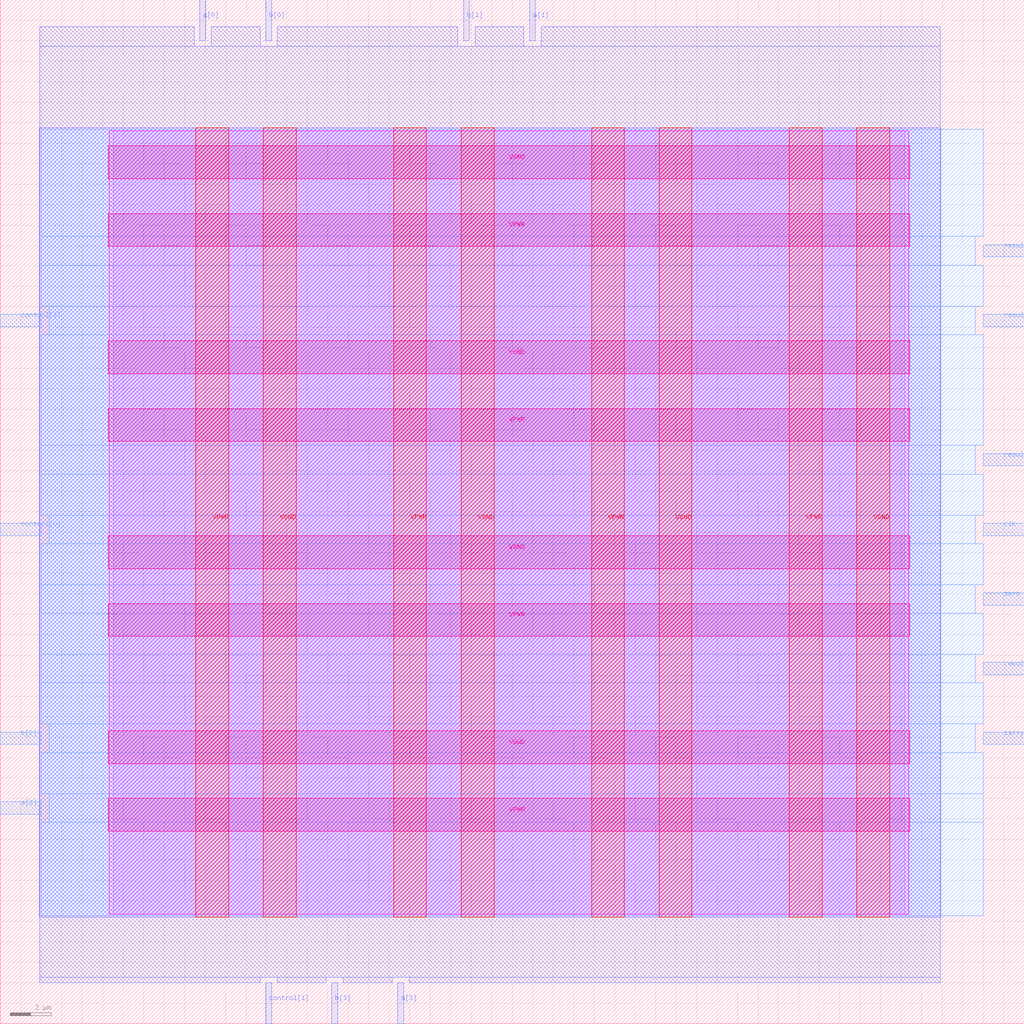
<source format=lef>
VERSION 5.7 ;
  NOWIREEXTENSIONATPIN ON ;
  DIVIDERCHAR "/" ;
  BUSBITCHARS "[]" ;
MACRO alu4bit
  CLASS BLOCK ;
  FOREIGN alu4bit ;
  ORIGIN 0.000 0.000 ;
  SIZE 50.000 BY 50.000 ;
  PIN VGND
    DIRECTION INOUT ;
    USE GROUND ;
    PORT
      LAYER met4 ;
        RECT 12.850 5.200 14.450 43.760 ;
    END
    PORT
      LAYER met4 ;
        RECT 22.510 5.200 24.110 43.760 ;
    END
    PORT
      LAYER met4 ;
        RECT 32.170 5.200 33.770 43.760 ;
    END
    PORT
      LAYER met4 ;
        RECT 41.830 5.200 43.430 43.760 ;
    END
    PORT
      LAYER met5 ;
        RECT 5.280 12.700 44.400 14.300 ;
    END
    PORT
      LAYER met5 ;
        RECT 5.280 22.220 44.400 23.820 ;
    END
    PORT
      LAYER met5 ;
        RECT 5.280 31.740 44.400 33.340 ;
    END
    PORT
      LAYER met5 ;
        RECT 5.280 41.260 44.400 42.860 ;
    END
  END VGND
  PIN VPWR
    DIRECTION INOUT ;
    USE POWER ;
    PORT
      LAYER met4 ;
        RECT 9.550 5.200 11.150 43.760 ;
    END
    PORT
      LAYER met4 ;
        RECT 19.210 5.200 20.810 43.760 ;
    END
    PORT
      LAYER met4 ;
        RECT 28.870 5.200 30.470 43.760 ;
    END
    PORT
      LAYER met4 ;
        RECT 38.530 5.200 40.130 43.760 ;
    END
    PORT
      LAYER met5 ;
        RECT 5.280 9.400 44.400 11.000 ;
    END
    PORT
      LAYER met5 ;
        RECT 5.280 18.920 44.400 20.520 ;
    END
    PORT
      LAYER met5 ;
        RECT 5.280 28.440 44.400 30.040 ;
    END
    PORT
      LAYER met5 ;
        RECT 5.280 37.960 44.400 39.560 ;
    END
  END VPWR
  PIN a[0]
    DIRECTION INPUT ;
    USE SIGNAL ;
    ANTENNAGATEAREA 0.196500 ;
    PORT
      LAYER met2 ;
        RECT 9.750 48.000 10.030 50.000 ;
    END
  END a[0]
  PIN a[1]
    DIRECTION INPUT ;
    USE SIGNAL ;
    ANTENNAGATEAREA 0.196500 ;
    PORT
      LAYER met2 ;
        RECT 25.850 48.000 26.130 50.000 ;
    END
  END a[1]
  PIN a[2]
    DIRECTION INPUT ;
    USE SIGNAL ;
    ANTENNAGATEAREA 0.196500 ;
    PORT
      LAYER met3 ;
        RECT 0.000 10.240 2.000 10.840 ;
    END
  END a[2]
  PIN a[3]
    DIRECTION INPUT ;
    USE SIGNAL ;
    ANTENNAGATEAREA 0.196500 ;
    PORT
      LAYER met2 ;
        RECT 19.410 0.000 19.690 2.000 ;
    END
  END a[3]
  PIN b[0]
    DIRECTION INPUT ;
    USE SIGNAL ;
    ANTENNAGATEAREA 0.196500 ;
    PORT
      LAYER met2 ;
        RECT 12.970 48.000 13.250 50.000 ;
    END
  END b[0]
  PIN b[1]
    DIRECTION INPUT ;
    USE SIGNAL ;
    ANTENNAGATEAREA 0.196500 ;
    PORT
      LAYER met2 ;
        RECT 22.630 48.000 22.910 50.000 ;
    END
  END b[1]
  PIN b[2]
    DIRECTION INPUT ;
    USE SIGNAL ;
    ANTENNAGATEAREA 0.196500 ;
    PORT
      LAYER met3 ;
        RECT 0.000 13.640 2.000 14.240 ;
    END
  END b[2]
  PIN b[3]
    DIRECTION INPUT ;
    USE SIGNAL ;
    ANTENNAGATEAREA 0.196500 ;
    PORT
      LAYER met2 ;
        RECT 16.190 0.000 16.470 2.000 ;
    END
  END b[3]
  PIN carry_out
    DIRECTION OUTPUT ;
    USE SIGNAL ;
    ANTENNADIFFAREA 0.445500 ;
    PORT
      LAYER met3 ;
        RECT 48.000 13.640 50.000 14.240 ;
    END
  END carry_out
  PIN clk
    DIRECTION INPUT ;
    USE SIGNAL ;
    ANTENNAGATEAREA 0.852000 ;
    PORT
      LAYER met3 ;
        RECT 48.000 23.840 50.000 24.440 ;
    END
  END clk
  PIN control[0]
    DIRECTION INPUT ;
    USE SIGNAL ;
    ANTENNAGATEAREA 0.159000 ;
    PORT
      LAYER met3 ;
        RECT 0.000 23.840 2.000 24.440 ;
    END
  END control[0]
  PIN control[1]
    DIRECTION INPUT ;
    USE SIGNAL ;
    ANTENNAGATEAREA 0.196500 ;
    PORT
      LAYER met2 ;
        RECT 12.970 0.000 13.250 2.000 ;
    END
  END control[1]
  PIN control[2]
    DIRECTION INPUT ;
    USE SIGNAL ;
    ANTENNAGATEAREA 0.213000 ;
    PORT
      LAYER met3 ;
        RECT 0.000 34.040 2.000 34.640 ;
    END
  END control[2]
  PIN result[0]
    DIRECTION OUTPUT ;
    USE SIGNAL ;
    ANTENNADIFFAREA 0.445500 ;
    PORT
      LAYER met3 ;
        RECT 48.000 34.040 50.000 34.640 ;
    END
  END result[0]
  PIN result[1]
    DIRECTION OUTPUT ;
    USE SIGNAL ;
    ANTENNADIFFAREA 0.445500 ;
    PORT
      LAYER met3 ;
        RECT 48.000 37.440 50.000 38.040 ;
    END
  END result[1]
  PIN result[2]
    DIRECTION OUTPUT ;
    USE SIGNAL ;
    ANTENNADIFFAREA 0.445500 ;
    PORT
      LAYER met3 ;
        RECT 48.000 27.240 50.000 27.840 ;
    END
  END result[2]
  PIN result[3]
    DIRECTION OUTPUT ;
    USE SIGNAL ;
    ANTENNADIFFAREA 0.445500 ;
    PORT
      LAYER met3 ;
        RECT 48.000 17.040 50.000 17.640 ;
    END
  END result[3]
  PIN zero
    DIRECTION OUTPUT ;
    USE SIGNAL ;
    ANTENNADIFFAREA 0.445500 ;
    PORT
      LAYER met3 ;
        RECT 48.000 20.440 50.000 21.040 ;
    END
  END zero
  OBS
      LAYER nwell ;
        RECT 5.330 5.355 44.350 43.605 ;
      LAYER li1 ;
        RECT 5.520 5.355 44.160 43.605 ;
      LAYER met1 ;
        RECT 1.910 5.200 45.930 43.760 ;
      LAYER met2 ;
        RECT 1.930 47.720 9.470 48.690 ;
        RECT 10.310 47.720 12.690 48.690 ;
        RECT 13.530 47.720 22.350 48.690 ;
        RECT 23.190 47.720 25.570 48.690 ;
        RECT 26.410 47.720 45.910 48.690 ;
        RECT 1.930 2.280 45.910 47.720 ;
        RECT 1.930 2.000 12.690 2.280 ;
        RECT 13.530 2.000 15.910 2.280 ;
        RECT 16.750 2.000 19.130 2.280 ;
        RECT 19.970 2.000 45.910 2.280 ;
      LAYER met3 ;
        RECT 2.000 38.440 48.000 43.685 ;
        RECT 2.000 37.040 47.600 38.440 ;
        RECT 2.000 35.040 48.000 37.040 ;
        RECT 2.400 33.640 47.600 35.040 ;
        RECT 2.000 28.240 48.000 33.640 ;
        RECT 2.000 26.840 47.600 28.240 ;
        RECT 2.000 24.840 48.000 26.840 ;
        RECT 2.400 23.440 47.600 24.840 ;
        RECT 2.000 21.440 48.000 23.440 ;
        RECT 2.000 20.040 47.600 21.440 ;
        RECT 2.000 18.040 48.000 20.040 ;
        RECT 2.000 16.640 47.600 18.040 ;
        RECT 2.000 14.640 48.000 16.640 ;
        RECT 2.400 13.240 47.600 14.640 ;
        RECT 2.000 11.240 48.000 13.240 ;
        RECT 2.400 9.840 48.000 11.240 ;
        RECT 2.000 5.275 48.000 9.840 ;
  END
END alu4bit
END LIBRARY


</source>
